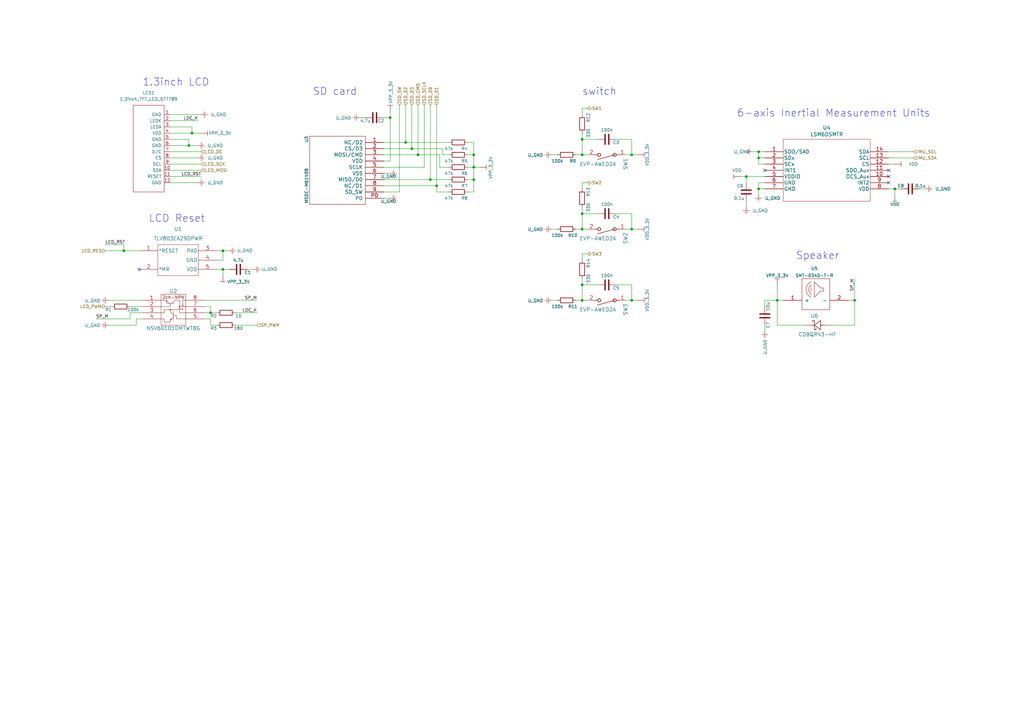
<source format=kicad_sch>
(kicad_sch (version 20211123) (generator eeschema)
  (paper "A3")
  (lib_symbols
    (symbol "Device:C" (pin_numbers hide) (pin_names (offset 0.254))
      (property "Reference" "C" (at 0.635 2.54 0))
      (property "Value" "C" (at 0.635 -2.54 0))
      (symbol "C_0_1"
        (polyline (pts (xy -2.032 -0.762) (xy 2.032 -0.762)) (stroke (width 0.508)))
        (polyline (pts (xy -2.032 0.762) (xy 2.032 0.762)) (stroke (width 0.508)))
      )
      (symbol "C_1_1"
        (pin passive line (at 0 3.81 270) (length 2.794) (name "~") (number "1"))
        (pin passive line (at 0 -3.81 90) (length 2.794) (name "~") (number "2"))
      )
    )
    (symbol "Device:R" (pin_numbers hide) (pin_names (offset 0))
      (property "Reference" "R" (at 2.032 0 90))
      (property "Value" "R" (at 0 0 90))
      (symbol "R_0_1"
        (rectangle (start -1.016 -2.54) (end 1.016 2.54) (stroke (width 0.254)))
      )
      (symbol "R_1_1"
        (pin passive line (at 0 3.81 270) (length 1.27) (name "~") (number "1"))
        (pin passive line (at 0 -3.81 90) (length 1.27) (name "~") (number "2"))
      )
    )
    (symbol "User_library:1.3inch_TFT_LCD_ST7789" (pin_names (offset 1.016))
      (property "Reference" "LCD" (at 2.54 13.97 0))
      (property "Value" "1.3inch_TFT_LCD_ST7789" (at 24.13 13.97 0))
      (symbol "1.3inch_TFT_LCD_ST7789_0_1"
        (rectangle (start 0 0) (end 35.56 12.7))
      )
      (symbol "1.3inch_TFT_LCD_ST7789_1_1"
        (pin power_out line (at 31.75 -2.54 90) (length 2.54) (name "GND") (number "1"))
        (pin input line (at 8.89 -2.54 90) (length 2.54) (name "SDA") (number "10"))
        (pin input line (at 6.35 -2.54 90) (length 2.54) (name "RESET") (number "11"))
        (pin power_out line (at 3.81 -2.54 90) (length 2.54) (name "GND") (number "12"))
        (pin power_out line (at 29.21 -2.54 90) (length 2.54) (name "LEDK") (number "2"))
        (pin power_in line (at 26.67 -2.54 90) (length 2.54) (name "LEDA") (number "3"))
        (pin power_in line (at 24.13 -2.54 90) (length 2.54) (name "VDD") (number "4"))
        (pin power_out line (at 21.59 -2.54 90) (length 2.54) (name "GND") (number "5"))
        (pin power_out line (at 19.05 -2.54 90) (length 2.54) (name "GND") (number "6"))
        (pin input line (at 16.51 -2.54 90) (length 2.54) (name "D/C") (number "7"))
        (pin input line (at 13.97 -2.54 90) (length 2.54) (name "CS") (number "8"))
        (pin input line (at 11.43 -2.54 90) (length 2.54) (name "SCL") (number "9"))
      )
    )
    (symbol "User_library:CDBQR43-HF" (pin_numbers hide) (pin_names (offset 1.651) hide)
      (property "Reference" "U" (at 3.81 3.81 0))
      (property "Value" "User_library_CDBQR43-HF" (at 5.08 -3.81 0))
      (symbol "CDBQR43-HF_1_1"
        (polyline (pts (xy 3.175 1.905) (xy 3.175 1.27)) (stroke (width 0.2032)))
        (polyline (pts (xy 3.175 1.905) (xy 3.81 1.905)) (stroke (width 0.2032)))
        (polyline (pts (xy 3.81 0) (xy 2.54 0)) (stroke (width 0.2032)))
        (polyline (pts (xy 3.81 0) (xy 6.35 -1.905)) (stroke (width 0.2032)))
        (polyline (pts (xy 3.81 1.905) (xy 3.81 -1.905)) (stroke (width 0.2032)))
        (polyline (pts (xy 4.445 -1.905) (xy 3.81 -1.905)) (stroke (width 0.2032)))
        (polyline (pts (xy 4.445 -1.905) (xy 4.445 -1.27)) (stroke (width 0.2032)))
        (polyline (pts (xy 6.35 -1.905) (xy 6.35 1.905)) (stroke (width 0.2032)))
        (polyline (pts (xy 6.35 1.905) (xy 3.81 0)) (stroke (width 0.2032)))
        (polyline (pts (xy 6.985 0) (xy 6.35 0)) (stroke (width 0.2032)))
        (polyline (pts (xy 7.62 0) (xy 6.6802 0)) (stroke (width 0.2032)))
        (pin unspecified line (at 0 0 0) (length 2.54) (name "1") (number "1"))
        (pin unspecified line (at 10.16 0 180) (length 2.54) (name "2") (number "2"))
      )
    )
    (symbol "User_library:EVP-AWED2A" (pin_names (offset -1.905) hide)
      (property "Reference" "SW" (at 0 3.81 0))
      (property "Value" "User_library_EVP-AWED2A" (at 0 -3.175 0))
      (symbol "EVP-AWED2A_1_1"
        (circle (center -3.175 0) (radius 0.635) (stroke (width 0.254)))
        (polyline (pts (xy -5.08 0) (xy -3.81 0)) (stroke (width 0.2032)))
        (polyline (pts (xy -3.175 0) (xy 3.81 1.905)) (stroke (width 0.2032)))
        (polyline (pts (xy 5.08 0) (xy 3.81 0)) (stroke (width 0.2032)))
        (circle (center 3.175 0) (radius 0.635) (stroke (width 0.254)))
        (pin unspecified line (at -7.62 0 0) (length 2.54) (name "1") (number "1"))
        (pin unspecified line (at 7.62 0 180) (length 2.54) (name "2") (number "2"))
      )
    )
    (symbol "User_library:LSM6DSMTR" (pin_names (offset 0.254))
      (property "Reference" "U" (at 22.86 7.62 0))
      (property "Value" "LSM6DSMTR" (at 26.67 -21.59 0))
      (symbol "LSM6DSMTR_1_1"
        (polyline (pts (xy 7.62 -20.32) (xy 43.18 -20.32)) (stroke (width 0.127)))
        (polyline (pts (xy 7.62 5.08) (xy 7.62 -20.32)) (stroke (width 0.127)))
        (polyline (pts (xy 43.18 -20.32) (xy 43.18 5.08)) (stroke (width 0.127)))
        (polyline (pts (xy 43.18 5.08) (xy 7.62 5.08)) (stroke (width 0.127)))
        (pin bidirectional line (at 0 0 0) (length 7.62) (name "SDO/SA0") (number "1"))
        (pin unspecified line (at 50.8 -10.16 180) (length 7.62) (name "OCS_Aux") (number "10"))
        (pin unspecified line (at 50.8 -7.62 180) (length 7.62) (name "SDO_Aux") (number "11"))
        (pin input line (at 50.8 -5.08 180) (length 7.62) (name "CS") (number "12"))
        (pin input line (at 50.8 -2.54 180) (length 7.62) (name "SCL") (number "13"))
        (pin bidirectional line (at 50.8 0 180) (length 7.62) (name "SDA") (number "14"))
        (pin unspecified line (at 0 -2.54 0) (length 7.62) (name "SDx") (number "2"))
        (pin unspecified line (at 0 -5.08 0) (length 7.62) (name "SCx") (number "3"))
        (pin output line (at 0 -7.62 0) (length 7.62) (name "INT1") (number "4"))
        (pin power_in line (at 0 -10.16 0) (length 7.62) (name "VDDIO") (number "5"))
        (pin power_in line (at 0 -12.7 0) (length 7.62) (name "GND") (number "6"))
        (pin power_in line (at 0 -15.24 0) (length 7.62) (name "GND") (number "7"))
        (pin power_in line (at 50.8 -15.24 180) (length 7.62) (name "VDD") (number "8"))
        (pin output line (at 50.8 -12.7 180) (length 7.62) (name "INT2") (number "9"))
      )
    )
    (symbol "User_library:MSDC-M61408" (pin_names (offset 1.016))
      (property "Reference" "U" (at 8.89 29.21 0))
      (property "Value" "User_library_MSDC-M61408" (at 10.16 -1.27 0))
      (symbol "MSDC-M61408_0_1"
        (rectangle (start 0 0) (end 22.86 27.94))
      )
      (symbol "MSDC-M61408_1_1"
        (pin bidirectional line (at 30.48 25.4 180) (length 7.62) (name "NC/D2") (number "1"))
        (pin bidirectional line (at 30.48 22.86 180) (length 7.62) (name "CS/D3") (number "2"))
        (pin bidirectional line (at 30.48 20.32 180) (length 7.62) (name "MOSI/CMD") (number "3"))
        (pin power_in line (at 30.48 17.78 180) (length 7.62) (name "VDD") (number "4"))
        (pin bidirectional line (at 30.48 15.24 180) (length 7.62) (name "SCLK") (number "5"))
        (pin power_out line (at 30.48 12.7 180) (length 7.62) (name "VSS") (number "6"))
        (pin bidirectional line (at 30.48 10.16 180) (length 7.62) (name "MISO/D0") (number "7"))
        (pin bidirectional line (at 30.48 7.62 180) (length 7.62) (name "NC/D1") (number "8"))
        (pin output line (at 30.48 5.08 180) (length 7.62) (name "SD_SW") (number "9"))
        (pin power_out line (at 30.48 2.54 180) (length 7.62) (name "PD") (number "PD"))
      )
    )
    (symbol "User_library:NSV60101DMTWTBG" (pin_names (offset 0.254) hide)
      (property "Reference" "U" (at 11.43 3.81 0))
      (property "Value" "User_library_NSV60101DMTWTBG" (at 12.7 -11.43 0))
      (symbol "NSV60101DMTWTBG_0_0"
        (text "2ch-NPN" (at 12.7 1.27 0) (effects (font (size 1.27 1.27))))
      )
      (symbol "NSV60101DMTWTBG_1_1"
        (polyline (pts (xy 7.62 -10.16) (xy 17.78 -10.16)) (stroke (width 0.127)))
        (polyline (pts (xy 7.62 0) (xy 9.652 0)) (stroke (width 0.127)))
        (polyline (pts (xy 7.62 2.54) (xy 7.62 -10.16)) (stroke (width 0.127)))
        (polyline (pts (xy 8.89 -8.89) (xy 8.89 -7.62)) (stroke (width 0.127)))
        (polyline (pts (xy 8.89 -7.62) (xy 7.62 -7.62)) (stroke (width 0.127)))
        (polyline (pts (xy 8.89 -5.08) (xy 7.62 -5.08)) (stroke (width 0.127)))
        (polyline (pts (xy 8.89 -3.81) (xy 8.89 -5.08)) (stroke (width 0.127)))
        (polyline (pts (xy 9.652 -1.27) (xy 13.208 -1.27)) (stroke (width 0.127)))
        (polyline (pts (xy 10.922 -1.27) (xy 9.906 -0.254)) (stroke (width 0.127)))
        (polyline (pts (xy 11.43 -8.89) (xy 8.89 -8.89)) (stroke (width 0.127)))
        (polyline (pts (xy 11.43 -8.128) (xy 11.43 -8.89)) (stroke (width 0.127)))
        (polyline (pts (xy 11.43 -4.572) (xy 11.43 -3.81)) (stroke (width 0.127)))
        (polyline (pts (xy 11.43 -2.54) (xy 7.62 -2.54)) (stroke (width 0.127)))
        (polyline (pts (xy 11.43 -1.27) (xy 11.43 -2.54)) (stroke (width 0.127)))
        (polyline (pts (xy 11.938 -1.27) (xy 13.208 0)) (stroke (width 0.127)))
        (polyline (pts (xy 12.7 -8.128) (xy 12.7 -4.572)) (stroke (width 0.127)))
        (polyline (pts (xy 12.7 -6.858) (xy 11.684 -7.874)) (stroke (width 0.127)))
        (polyline (pts (xy 12.7 -6.35) (xy 13.97 -6.35)) (stroke (width 0.127)))
        (polyline (pts (xy 12.7 -5.842) (xy 11.43 -4.572)) (stroke (width 0.127)))
        (polyline (pts (xy 13.208 0) (xy 15.24 0)) (stroke (width 0.127)))
        (polyline (pts (xy 13.97 -7.62) (xy 13.97 -6.35)) (stroke (width 0.127)))
        (polyline (pts (xy 13.97 -7.62) (xy 17.78 -7.62)) (stroke (width 0.127)))
        (polyline (pts (xy 14.732 -3.81) (xy 8.89 -3.81)) (stroke (width 0.127)))
        (polyline (pts (xy 15.24 -2.54) (xy 16.002 -2.54)) (stroke (width 0.127)))
        (polyline (pts (xy 15.24 0) (xy 15.24 -5.08)) (stroke (width 0.127)))
        (polyline (pts (xy 15.748 -3.81) (xy 16.51 -3.81)) (stroke (width 0.127)))
        (polyline (pts (xy 16.51 0) (xy 16.51 -3.81)) (stroke (width 0.127)))
        (polyline (pts (xy 17.018 -2.54) (xy 17.78 -2.54)) (stroke (width 0.127)))
        (polyline (pts (xy 17.78 -10.16) (xy 17.78 2.54)) (stroke (width 0.127)))
        (polyline (pts (xy 17.78 -5.08) (xy 15.24 -5.08)) (stroke (width 0.127)))
        (polyline (pts (xy 17.78 0) (xy 16.51 0)) (stroke (width 0.127)))
        (polyline (pts (xy 17.78 2.54) (xy 7.62 2.54)) (stroke (width 0.127)))
        (polyline (pts (xy 9.652 0) (xy 9.906 -0.508) (xy 10.16 -0.254) (xy 9.652 0)) (fill (type outline)))
        (polyline (pts (xy 11.43 -8.128) (xy 11.938 -7.874) (xy 11.684 -7.62) (xy 11.43 -8.128)) (fill (type outline)))
        (arc (start 11.43 -3.937) (mid 11.43 -3.683) (end 11.43 -3.937) (stroke (width 0.254)))
        (circle (center 11.43 -3.81) (radius 0.127) (stroke (width 0.254)))
        (arc (start 15.24 -2.667) (mid 15.24 -2.413) (end 15.24 -2.667) (stroke (width 0.254)))
        (circle (center 15.24 -2.54) (radius 0.127) (stroke (width 0.254)))
        (arc (start 15.748 -3.81) (mid 15.24 -3.302) (end 14.732 -3.81) (stroke (width 0.127)))
        (arc (start 17.018 -2.54) (mid 16.51 -2.032) (end 16.002 -2.54) (stroke (width 0.127)))
        (pin unspecified line (at 0 0 0) (length 7.62) (name "1") (number "1"))
        (pin unspecified line (at 0 -2.54 0) (length 7.62) (name "2") (number "2"))
        (pin unspecified line (at 0 -5.08 0) (length 7.62) (name "3") (number "3"))
        (pin unspecified line (at 0 -7.62 0) (length 7.62) (name "4") (number "4"))
        (pin unspecified line (at 25.4 -7.62 180) (length 7.62) (name "5") (number "5"))
        (pin unspecified line (at 25.4 -5.08 180) (length 7.62) (name "6") (number "6"))
        (pin unspecified line (at 25.4 -2.54 180) (length 7.62) (name "7") (number "7"))
        (pin unspecified line (at 25.4 0 180) (length 7.62) (name "8") (number "8"))
      )
    )
    (symbol "User_library:SMT-0340-T-R" (pin_names (offset 1.016))
      (property "Reference" "U" (at 3.81 13.97 0))
      (property "Value" "User_library_SMT-0340-T-R" (at 6.35 -1.27 0))
      (symbol "SMT-0340-T-R_0_1"
        (polyline (pts (xy 5.08 11.43) (xy 5.08 7.62) (xy 5.08 5.08) (xy 7.62 7.62) (xy 8.89 7.62) (xy 8.89 8.89) (xy 7.62 8.89) (xy 5.08 11.43)))
        (rectangle (start 0 0) (end 11.43 12.7))
        (arc (start 3.81 8.89) (mid 3.6601 8.255) (end 3.81 7.62))
        (arc (start 3.81 10.16) (mid 2.7905 8.255) (end 3.81 6.35))
        (arc (start 3.81 11.43) (mid 1.6604 8.255) (end 3.81 5.08))
      )
      (symbol "SMT-0340-T-R_1_1"
        (pin bidirectional line (at -7.62 3.81 0) (length 7.62) (name "+") (number "1"))
        (pin bidirectional line (at 19.05 3.81 180) (length 7.62) (name "-") (number "2"))
      )
    )
    (symbol "User_library:TLV803EA29DPWR" (pin_names (offset 0.254))
      (property "Reference" "U" (at 16.51 6.35 0))
      (property "Value" "TLV803EA29DPWR" (at 16.51 -8.89 0))
      (symbol "TLV803EA29DPWR_1_1"
        (polyline (pts (xy 7.62 -7.62) (xy 24.13 -7.62)) (stroke (width 0.127)))
        (polyline (pts (xy 7.62 5.08) (xy 7.62 -7.62)) (stroke (width 0.127)))
        (polyline (pts (xy 24.13 -7.62) (xy 24.13 5.08)) (stroke (width 0.127)))
        (polyline (pts (xy 24.13 5.08) (xy 7.62 5.08)) (stroke (width 0.127)))
        (pin bidirectional line (at 0 2.54 0) (length 7.62) (name "*RESET") (number "1"))
        (pin output line (at 0 -5.08 0) (length 7.62) (name "*MR") (number "2"))
        (pin power_in line (at 31.75 2.54 180) (length 7.62) (name "PAD") (number "3"))
        (pin power_in line (at 31.75 -1.27 180) (length 7.62) (name "GND") (number "4"))
        (pin power_in line (at 31.75 -5.08 180) (length 7.62) (name "VDD") (number "5"))
      )
    )
    (symbol "User_power:GND" (power) (pin_names (offset 0))
      (property "Value" "GND" (at 0 -3.81 0))
      (symbol "GND_0_1"
        (polyline (pts (xy -0.635 -1.905) (xy 0.635 -1.905)))
        (polyline (pts (xy -0.127 -2.54) (xy 0.127 -2.54)))
        (polyline (pts (xy 0 -1.27) (xy 0 0)))
        (polyline (pts (xy 1.27 -1.27) (xy -1.27 -1.27)))
      )
      (symbol "GND_1_1"
        (pin power_in line (at 0 0 270) (length 0) hide (name "U_GND") (number "1"))
      )
    )
    (symbol "User_power:VDD_3.3V" (power) (pin_names (offset 0))
      (property "Value" "VDD_3.3V" (at 0 3.81 0))
      (symbol "VDD_3.3V_0_1"
        (polyline (pts (xy -1.016 2.54) (xy 0 2.54)))
        (polyline (pts (xy 0 0) (xy 0 2.54)))
        (polyline (pts (xy 0 2.54) (xy 1.016 2.54)))
      )
      (symbol "VDD_3.3V_1_1"
        (pin power_in line (at 0 0 90) (length 0) hide (name "VDD_3_3V") (number "1"))
      )
    )
    (symbol "User_power:VPP_3.3V" (power) (pin_names (offset 0))
      (property "Value" "User_power_VPP_3.3V" (at 0 3.81 0))
      (symbol "VPP_3.3V_0_1"
        (polyline (pts (xy -1.016 2.54) (xy 0 2.54)))
        (polyline (pts (xy 0 0) (xy 0 2.54)))
        (polyline (pts (xy 0 2.54) (xy 1.016 2.54)))
      )
      (symbol "VPP_3.3V_1_1"
        (pin power_in line (at 0 0 90) (length 0) hide (name "VPP_3_3V") (number "1"))
      )
    )
    (symbol "sensor_V1-rescue:VPP_3.3V-User_power" (power) (pin_names (offset 0))
      (property "Value" "VPP_3.3V-User_power" (at 0 3.81 0))
      (symbol "VPP_3.3V-User_power_0_1"
        (polyline (pts (xy -1.016 2.54) (xy 0 2.54)))
        (polyline (pts (xy 0 0) (xy 0 2.54)))
        (polyline (pts (xy 0 2.54) (xy 1.016 2.54)))
      )
      (symbol "VPP_3.3V-User_power_1_1"
        (pin power_in line (at 0 0 90) (length 0) hide (name "VDD") (number "1"))
      )
    )
  )
  (junction (at 311.15 77.47))
  (junction (at 311.15 62.23))
  (junction (at 50.8 102.87))
  (junction (at 160.02 48.26))
  (junction (at 86.36 128.27))
  (junction (at 194.31 63.5))
  (junction (at 259.08 123.19))
  (junction (at 238.76 63.5))
  (junction (at 171.45 63.5))
  (junction (at 367.03 77.47))
  (junction (at 311.15 64.77))
  (junction (at 91.44 102.87))
  (junction (at 238.76 93.98))
  (junction (at 238.76 87.63))
  (junction (at 238.76 123.19))
  (junction (at 238.76 57.15))
  (junction (at 168.91 60.96))
  (junction (at 238.76 116.84))
  (junction (at 78.74 54.61))
  (junction (at 306.07 72.39))
  (junction (at 318.77 123.19))
  (junction (at 259.08 63.5))
  (junction (at 179.07 76.2))
  (junction (at 166.37 58.42))
  (junction (at 259.08 93.98))
  (junction (at 77.47 59.69))
  (junction (at 91.44 110.49))
  (junction (at 176.53 73.66))
  (junction (at 194.31 73.66))
  (junction (at 194.31 68.58))
  (junction (at 350.52 123.19))
  (no_connect (at 364.49 74.93))
  (no_connect (at 364.49 69.85))
  (no_connect (at 313.69 69.85))
  (no_connect (at 57.15 110.49))
  (no_connect (at 364.49 72.39))
  (wire (pts (xy 313.69 135.89) (xy 313.69 133.35)))
  (wire (pts (xy 364.49 62.23) (xy 374.65 62.23)))
  (wire (pts (xy 364.49 64.77) (xy 374.65 64.77)))
  (wire (pts (xy 313.69 74.93) (xy 311.15 74.93)))
  (wire (pts (xy 259.08 123.19) (xy 256.54 123.19)))
  (wire (pts (xy 69.85 59.69) (xy 77.47 59.69)))
  (wire (pts (xy 238.76 104.14) (xy 241.3 104.14)))
  (wire (pts (xy 350.52 123.19) (xy 350.52 114.3)))
  (wire (pts (xy 226.06 63.5) (xy 228.6 63.5)))
  (wire (pts (xy 238.76 77.47) (xy 238.76 74.93)))
  (wire (pts (xy 91.44 102.87) (xy 93.98 102.87)))
  (wire (pts (xy 88.9 133.35) (xy 86.36 133.35)))
  (wire (pts (xy 179.07 76.2) (xy 179.07 78.74)))
  (wire (pts (xy 313.69 67.31) (xy 311.15 67.31)))
  (wire (pts (xy 259.08 116.84) (xy 259.08 123.19)))
  (wire (pts (xy 238.76 74.93) (xy 241.3 74.93)))
  (wire (pts (xy 259.08 93.98) (xy 256.54 93.98)))
  (wire (pts (xy 157.48 63.5) (xy 171.45 63.5)))
  (wire (pts (xy 81.28 59.69) (xy 77.47 59.69)))
  (wire (pts (xy 160.02 81.28) (xy 157.48 81.28)))
  (wire (pts (xy 194.31 63.5) (xy 191.77 63.5)))
  (wire (pts (xy 69.85 62.23) (xy 82.55 62.23)))
  (wire (pts (xy 311.15 77.47) (xy 311.15 80.01)))
  (wire (pts (xy 196.85 68.58) (xy 194.31 68.58)))
  (wire (pts (xy 58.42 130.81) (xy 55.88 130.81)))
  (wire (pts (xy 252.73 87.63) (xy 259.08 87.63)))
  (wire (pts (xy 69.85 46.99) (xy 82.55 46.99)))
  (wire (pts (xy 194.31 78.74) (xy 194.31 73.66)))
  (wire (pts (xy 377.19 77.47) (xy 379.73 77.47)))
  (wire (pts (xy 245.11 57.15) (xy 238.76 57.15)))
  (wire (pts (xy 50.8 102.87) (xy 57.15 102.87)))
  (wire (pts (xy 367.03 67.31) (xy 364.49 67.31)))
  (wire (pts (xy 69.85 69.85) (xy 82.55 69.85)))
  (wire (pts (xy 259.08 87.63) (xy 259.08 93.98)))
  (wire (pts (xy 157.48 78.74) (xy 163.83 78.74)))
  (wire (pts (xy 69.85 54.61) (xy 78.74 54.61)))
  (wire (pts (xy 69.85 67.31) (xy 82.55 67.31)))
  (wire (pts (xy 308.61 62.23) (xy 311.15 62.23)))
  (wire (pts (xy 238.76 85.09) (xy 238.76 87.63)))
  (wire (pts (xy 88.9 128.27) (xy 86.36 128.27)))
  (wire (pts (xy 44.45 123.19) (xy 58.42 123.19)))
  (wire (pts (xy 238.76 93.98) (xy 236.22 93.98)))
  (wire (pts (xy 241.3 93.98) (xy 238.76 93.98)))
  (wire (pts (xy 367.03 80.01) (xy 367.03 77.47)))
  (wire (pts (xy 55.88 130.81) (xy 55.88 133.35)))
  (wire (pts (xy 194.31 68.58) (xy 191.77 68.58)))
  (wire (pts (xy 318.77 133.35) (xy 318.77 123.19)))
  (wire (pts (xy 238.76 106.68) (xy 238.76 104.14)))
  (wire (pts (xy 78.74 52.07) (xy 78.74 54.61)))
  (wire (pts (xy 313.69 77.47) (xy 311.15 77.47)))
  (wire (pts (xy 303.53 72.39) (xy 306.07 72.39)))
  (wire (pts (xy 194.31 73.66) (xy 191.77 73.66)))
  (wire (pts (xy 369.57 77.47) (xy 367.03 77.47)))
  (wire (pts (xy 88.9 106.68) (xy 91.44 106.68)))
  (wire (pts (xy 69.85 52.07) (xy 78.74 52.07)))
  (wire (pts (xy 149.86 48.26) (xy 147.32 48.26)))
  (wire (pts (xy 184.15 63.5) (xy 181.61 63.5)))
  (wire (pts (xy 157.48 73.66) (xy 176.53 73.66)))
  (wire (pts (xy 350.52 133.35) (xy 350.52 123.19)))
  (wire (pts (xy 226.06 123.19) (xy 228.6 123.19)))
  (wire (pts (xy 43.18 102.87) (xy 50.8 102.87)))
  (wire (pts (xy 173.99 68.58) (xy 173.99 43.18)))
  (wire (pts (xy 259.08 57.15) (xy 259.08 63.5)))
  (wire (pts (xy 245.11 116.84) (xy 238.76 116.84)))
  (wire (pts (xy 313.69 125.73) (xy 313.69 123.19)))
  (wire (pts (xy 238.76 44.45) (xy 241.3 44.45)))
  (wire (pts (xy 313.69 123.19) (xy 318.77 123.19)))
  (wire (pts (xy 69.85 64.77) (xy 81.28 64.77)))
  (wire (pts (xy 261.62 123.19) (xy 259.08 123.19)))
  (wire (pts (xy 330.2 133.35) (xy 318.77 133.35)))
  (wire (pts (xy 86.36 130.81) (xy 86.36 133.35)))
  (wire (pts (xy 181.61 60.96) (xy 168.91 60.96)))
  (wire (pts (xy 96.52 133.35) (xy 105.41 133.35)))
  (wire (pts (xy 306.07 72.39) (xy 313.69 72.39)))
  (wire (pts (xy 176.53 73.66) (xy 184.15 73.66)))
  (wire (pts (xy 252.73 57.15) (xy 259.08 57.15)))
  (wire (pts (xy 194.31 63.5) (xy 194.31 58.42)))
  (wire (pts (xy 69.85 72.39) (xy 82.55 72.39)))
  (wire (pts (xy 160.02 48.26) (xy 157.48 48.26)))
  (wire (pts (xy 226.06 93.98) (xy 228.6 93.98)))
  (wire (pts (xy 311.15 64.77) (xy 313.69 64.77)))
  (wire (pts (xy 194.31 58.42) (xy 191.77 58.42)))
  (wire (pts (xy 83.82 130.81) (xy 86.36 130.81)))
  (wire (pts (xy 340.36 133.35) (xy 350.52 133.35)))
  (wire (pts (xy 53.34 125.73) (xy 58.42 125.73)))
  (wire (pts (xy 238.76 114.3) (xy 238.76 116.84)))
  (wire (pts (xy 245.11 87.63) (xy 238.76 87.63)))
  (wire (pts (xy 91.44 110.49) (xy 93.98 110.49)))
  (wire (pts (xy 78.74 54.61) (xy 82.55 54.61)))
  (wire (pts (xy 69.85 49.53) (xy 81.28 49.53)))
  (wire (pts (xy 306.07 74.93) (xy 306.07 72.39)))
  (wire (pts (xy 91.44 106.68) (xy 91.44 102.87)))
  (wire (pts (xy 157.48 76.2) (xy 179.07 76.2)))
  (wire (pts (xy 157.48 71.12) (xy 160.02 71.12)))
  (wire (pts (xy 43.18 125.73) (xy 45.72 125.73)))
  (wire (pts (xy 58.42 128.27) (xy 53.34 128.27)))
  (wire (pts (xy 91.44 113.03) (xy 91.44 110.49)))
  (wire (pts (xy 50.8 100.33) (xy 50.8 102.87)))
  (wire (pts (xy 311.15 64.77) (xy 311.15 62.23)))
  (wire (pts (xy 194.31 68.58) (xy 194.31 63.5)))
  (wire (pts (xy 241.3 63.5) (xy 238.76 63.5)))
  (wire (pts (xy 88.9 102.87) (xy 91.44 102.87)))
  (wire (pts (xy 261.62 93.98) (xy 259.08 93.98)))
  (wire (pts (xy 157.48 60.96) (xy 168.91 60.96)))
  (wire (pts (xy 69.85 74.93) (xy 81.28 74.93)))
  (wire (pts (xy 259.08 63.5) (xy 256.54 63.5)))
  (wire (pts (xy 241.3 123.19) (xy 238.76 123.19)))
  (wire (pts (xy 166.37 43.18) (xy 166.37 58.42)))
  (wire (pts (xy 83.82 123.19) (xy 105.41 123.19)))
  (wire (pts (xy 163.83 78.74) (xy 163.83 43.18)))
  (wire (pts (xy 69.85 57.15) (xy 77.47 57.15)))
  (wire (pts (xy 160.02 45.72) (xy 160.02 48.26)))
  (wire (pts (xy 238.76 123.19) (xy 236.22 123.19)))
  (wire (pts (xy 318.77 123.19) (xy 321.31 123.19)))
  (wire (pts (xy 238.76 116.84) (xy 238.76 123.19)))
  (wire (pts (xy 83.82 125.73) (xy 86.36 125.73)))
  (wire (pts (xy 171.45 63.5) (xy 171.45 43.18)))
  (wire (pts (xy 53.34 128.27) (xy 53.34 130.81)))
  (wire (pts (xy 157.48 66.04) (xy 160.02 66.04)))
  (wire (pts (xy 191.77 78.74) (xy 194.31 78.74)))
  (wire (pts (xy 318.77 116.84) (xy 318.77 123.19)))
  (wire (pts (xy 104.14 110.49) (xy 101.6 110.49)))
  (wire (pts (xy 306.07 82.55) (xy 306.07 85.09)))
  (wire (pts (xy 184.15 58.42) (xy 166.37 58.42)))
  (wire (pts (xy 179.07 78.74) (xy 184.15 78.74)))
  (wire (pts (xy 238.76 87.63) (xy 238.76 93.98)))
  (wire (pts (xy 194.31 73.66) (xy 194.31 68.58)))
  (wire (pts (xy 350.52 123.19) (xy 347.98 123.19)))
  (wire (pts (xy 238.76 63.5) (xy 236.22 63.5)))
  (wire (pts (xy 88.9 110.49) (xy 91.44 110.49)))
  (wire (pts (xy 180.34 68.58) (xy 184.15 68.58)))
  (wire (pts (xy 238.76 46.99) (xy 238.76 44.45)))
  (wire (pts (xy 238.76 57.15) (xy 238.76 63.5)))
  (wire (pts (xy 252.73 116.84) (xy 259.08 116.84)))
  (wire (pts (xy 181.61 63.5) (xy 181.61 60.96)))
  (wire (pts (xy 43.18 100.33) (xy 50.8 100.33)))
  (wire (pts (xy 77.47 57.15) (xy 77.47 59.69)))
  (wire (pts (xy 55.88 133.35) (xy 44.45 133.35)))
  (wire (pts (xy 53.34 130.81) (xy 39.37 130.81)))
  (wire (pts (xy 176.53 73.66) (xy 176.53 43.18)))
  (wire (pts (xy 171.45 63.5) (xy 180.34 63.5)))
  (wire (pts (xy 364.49 77.47) (xy 367.03 77.47)))
  (wire (pts (xy 96.52 128.27) (xy 105.41 128.27)))
  (wire (pts (xy 83.82 128.27) (xy 86.36 128.27)))
  (wire (pts (xy 311.15 62.23) (xy 313.69 62.23)))
  (wire (pts (xy 238.76 54.61) (xy 238.76 57.15)))
  (wire (pts (xy 179.07 76.2) (xy 179.07 43.18)))
  (wire (pts (xy 180.34 63.5) (xy 180.34 68.58)))
  (wire (pts (xy 160.02 66.04) (xy 160.02 48.26)))
  (wire (pts (xy 86.36 125.73) (xy 86.36 128.27)))
  (wire (pts (xy 168.91 60.96) (xy 168.91 43.18)))
  (wire (pts (xy 157.48 68.58) (xy 173.99 68.58)))
  (wire (pts (xy 311.15 67.31) (xy 311.15 64.77)))
  (wire (pts (xy 157.48 58.42) (xy 166.37 58.42)))
  (wire (pts (xy 311.15 74.93) (xy 311.15 77.47)))
  (wire (pts (xy 261.62 63.5) (xy 259.08 63.5)))
  (text "Speaker" (at 326.39 106.68 0) (effects (font (size 3 3)) (justify left bottom)))
  (text "6-axis Inertial Measurement Units" (at 302.26 48.26 0) (effects (font (size 3 3)) (justify left bottom)))
  (text "LCD Reset" (at 60.96 91.44 0) (effects (font (size 3 3)) (justify left bottom)))
  (text "SD card" (at 128.27 39.37 0) (effects (font (size 3 3)) (justify left bottom)))
  (text "1.3inch LCD" (at 58.42 35.56 0) (effects (font (size 3 3)) (justify left bottom)))
  (text "switch" (at 238.76 39.37 0) (effects (font (size 3 3)) (justify left bottom)))
  (label "LCD_RST" (at 82.55 72.39 180))
  (label "SP_M" (at 350.52 114.3 270))
  (label "LDC_K" (at 105.41 128.27 180))
  (label "LCD_RST" (at 43.18 100.33 0))
  (label "SP_M" (at 105.41 123.19 180))
  (label "LDC_K" (at 81.28 49.53 180))
  (label "SP_M" (at 39.37 130.81 0))
  (hierarchical_label "LCD_DC" (shape input) (at 82.55 62.23 0))
  (hierarchical_label "SD_CMD" (shape input) (at 171.45 43.18 90))
  (hierarchical_label "SD_D3" (shape input) (at 168.91 43.18 90))
  (hierarchical_label "LCD_MOSI" (shape input) (at 82.55 69.85 0))
  (hierarchical_label "IMU_SCL" (shape input) (at 374.65 62.23 0))
  (hierarchical_label "SP_PWM" (shape input) (at 105.41 133.35 0))
  (hierarchical_label "LCD_SCK" (shape input) (at 82.55 67.31 0))
  (hierarchical_label "LCD_PWM" (shape input) (at 43.18 125.73 180))
  (hierarchical_label "SW1" (shape output) (at 241.3 44.45 0))
  (hierarchical_label "SD_SW" (shape input) (at 163.83 43.18 90))
  (hierarchical_label "SD_D2" (shape input) (at 166.37 43.18 90))
  (hierarchical_label "SW3" (shape output) (at 241.3 104.14 0))
  (hierarchical_label "LCD_RES" (shape input) (at 43.18 102.87 180))
  (hierarchical_label "SD_SCLK" (shape input) (at 173.99 43.18 90))
  (hierarchical_label "SD_D1" (shape input) (at 179.07 43.18 90))
  (hierarchical_label "SD_D0" (shape input) (at 176.53 43.18 90))
  (hierarchical_label "SW2" (shape output) (at 241.3 74.93 0))
  (hierarchical_label "IMU_SDA" (shape input) (at 374.65 64.77 0))
  (symbol (lib_id "User_library:CDBQR43-HF") (at 330.2 133.35 0) (unit 1)
    (property "Reference" "U6" (at 334.01 129.54 0) (effects (font (size 1.524 1.524))))
    (property "Value" "CDBQR43-HF" (at 335.28 137.16 0) (effects (font (size 1.524 1.524))))
    (property "Footprint" "User_library:CDBQR43-HF" (effects hide))
  )
  (symbol (lib_id "Device:C") (at 313.69 129.54 180) (unit 1)
    (property "Reference" "C7" (at 314.96 133.35 90))
    (property "Value" "10u" (at 314.96 125.73 90))
    (property "Footprint" "User_library:UL_C_0402_1005Metric" (effects hide))
  )
  (symbol (lib_id "User_power:GND") (at 306.07 85.09 0) (unit 1)
    (property "Reference" "#PWR023" (effects hide))
    (property "Value" "GND" (at 308.61 86.3599 0) (effects (justify left)))
  )
  (symbol (lib_id "User_library:1.3inch_TFT_LCD_ST7789") (at 67.31 78.74 90) (unit 1)
    (property "Reference" "LCD1" (at 60.96 38.1 90))
    (property "Value" "1.3inch_TFT_LCD_ST7789" (at 60.96 40.64 90))
    (property "Footprint" "User_library:1.3inch_TFT_LCD_ST7789" (effects hide))
  )
  (symbol (lib_id "Device:R") (at 187.96 78.74 90) (unit 1)
    (property "Reference" "R8" (at 190.5 81.28 90))
    (property "Value" "47k" (at 184.15 81.28 90))
    (property "Footprint" "Resistor_SMD:R_0402_1005Metric" (effects hide))
  )
  (symbol (lib_id "Device:R") (at 238.76 50.8 180) (unit 1)
    (property "Reference" "R12" (at 241.3 48.26 90))
    (property "Value" "330" (at 241.3 54.61 90))
    (property "Footprint" "Resistor_SMD:R_0402_1005Metric" (effects hide))
  )
  (symbol (lib_id "User_power:GND") (at 313.69 135.89 0) (unit 1)
    (property "Reference" "#PWR026" (effects hide))
    (property "Value" "GND" (at 313.817 139.1412 90) (effects (justify right)))
  )
  (symbol (lib_id "User_power:VDD_3.3V") (at 261.62 93.98 270) (unit 1)
    (property "Reference" "#PWR020" (effects hide))
    (property "Value" "VDD_3.3V" (at 265.43 93.98 0))
  )
  (symbol (lib_id "User_power:GND") (at 160.02 71.12 90) (unit 1)
    (property "Reference" "#PWR013" (effects hide))
    (property "Value" "GND" (at 156.21 72.39 90) (effects (justify right)))
  )
  (symbol (lib_id "Device:C") (at 248.92 87.63 270) (unit 1)
    (property "Reference" "C4" (at 252.73 88.9 90))
    (property "Value" "100n" (at 248.92 83.82 90))
    (property "Footprint" "User_library:UL_C_0402_1005Metric" (effects hide))
  )
  (symbol (lib_id "Device:R") (at 238.76 110.49 180) (unit 1)
    (property "Reference" "R14" (at 241.3 107.95 90))
    (property "Value" "330" (at 241.3 114.3 90))
    (property "Footprint" "Resistor_SMD:R_0402_1005Metric" (effects hide))
  )
  (symbol (lib_id "Device:C") (at 97.79 110.49 270) (unit 1)
    (property "Reference" "C1" (at 101.6 111.76 90))
    (property "Value" "4.7u" (at 97.79 106.68 90))
    (property "Footprint" "User_library:UL_C_0402_1005Metric" (effects hide))
  )
  (symbol (lib_id "User_library:EVP-AWED2A") (at 248.92 63.5 180) (unit 1)
    (property "Reference" "SW1" (at 256.54 64.77 90) (effects (font (size 1.524 1.524)) (justify left)))
    (property "Value" "EVP-AWED2A" (at 252.73 67.31 0) (effects (font (size 1.524 1.524)) (justify left)))
    (property "Footprint" "User_library:EVP-AWED2A" (effects hide))
  )
  (symbol (lib_id "User_power:GND") (at 311.15 80.01 0) (unit 1)
    (property "Reference" "#PWR025" (effects hide))
    (property "Value" "GND" (at 313.69 81.2799 0) (effects (justify left)))
  )
  (symbol (lib_id "User_power:VPP_3.3V") (at 196.85 68.58 270) (unit 1)
    (property "Reference" "#PWR015" (effects hide))
    (property "Value" "VPP_3.3V" (at 201.2442 68.834 0))
  )
  (symbol (lib_id "User_power:VPP_3.3V") (at 160.02 45.72 0) (unit 1)
    (property "Reference" "#PWR012" (effects hide))
    (property "Value" "VPP_3.3V" (at 160.274 42.4942 90) (effects (justify left)))
  )
  (symbol (lib_id "Device:R") (at 238.76 81.28 180) (unit 1)
    (property "Reference" "R13" (at 241.3 78.74 90))
    (property "Value" "330" (at 241.3 85.09 90))
    (property "Footprint" "Resistor_SMD:R_0402_1005Metric" (effects hide))
  )
  (symbol (lib_id "User_power:GND") (at 82.55 46.99 90) (unit 1)
    (property "Reference" "#PWR06" (effects hide))
    (property "Value" "GND" (at 86.36 46.9899 90) (effects (justify right)))
  )
  (symbol (lib_id "User_power:GND") (at 308.61 62.23 270) (unit 1)
    (property "Reference" "#PWR024" (effects hide))
    (property "Value" "GND" (at 300.99 62.23 90) (effects (justify left)))
  )
  (symbol (lib_id "User_power:GND") (at 81.28 74.93 90) (unit 1)
    (property "Reference" "#PWR05" (effects hide))
    (property "Value" "GND" (at 85.09 74.9299 90) (effects (justify right)))
  )
  (symbol (lib_id "User_power:GND") (at 226.06 93.98 270) (unit 1)
    (property "Reference" "#PWR017" (effects hide))
    (property "Value" "GND" (at 222.8088 94.107 90) (effects (justify right)))
  )
  (symbol (lib_id "Device:C") (at 373.38 77.47 90) (unit 1)
    (property "Reference" "C8" (at 370.84 76.2 90) (effects (justify left)))
    (property "Value" "0.1u" (at 379.73 76.2 90) (effects (justify left)))
    (property "Footprint" "User_library:UL_C_0402_1005Metric" (effects hide))
  )
  (symbol (lib_id "User_power:GND") (at 226.06 63.5 270) (unit 1)
    (property "Reference" "#PWR016" (effects hide))
    (property "Value" "GND" (at 222.8088 63.627 90) (effects (justify right)))
  )
  (symbol (lib_id "User_library:LSM6DSMTR") (at 313.69 62.23 0) (unit 1)
    (property "Reference" "U4" (at 339.09 52.4002 0) (effects (font (size 1.524 1.524))))
    (property "Value" "LSM6DSMTR" (at 339.09 55.0926 0) (effects (font (size 1.524 1.524))))
    (property "Footprint" "User_library:LSM6DSMTR" (effects hide))
  )
  (symbol (lib_id "User_power:GND") (at 44.45 133.35 270) (unit 1)
    (property "Reference" "#PWR02" (effects hide))
    (property "Value" "GND" (at 41.1988 133.477 90) (effects (justify right)))
  )
  (symbol (lib_id "User_power:GND") (at 147.32 48.26 270) (unit 1)
    (property "Reference" "#PWR011" (effects hide))
    (property "Value" "GND" (at 144.0688 48.387 90) (effects (justify right)))
  )
  (symbol (lib_id "Device:R") (at 187.96 73.66 90) (unit 1)
    (property "Reference" "R7" (at 190.5 76.2 90))
    (property "Value" "47k" (at 184.15 76.2 90))
    (property "Footprint" "Resistor_SMD:R_0402_1005Metric" (effects hide))
  )
  (symbol (lib_id "User_power:VDD_3.3V") (at 261.62 63.5 270) (unit 1)
    (property "Reference" "#PWR019" (effects hide))
    (property "Value" "VDD_3.3V" (at 265.43 63.5 0))
  )
  (symbol (lib_id "User_power:GND") (at 379.73 77.47 90) (unit 1)
    (property "Reference" "#PWR030" (effects hide))
    (property "Value" "GND" (at 383.54 77.4699 90) (effects (justify right)))
  )
  (symbol (lib_id "User_library:EVP-AWED2A") (at 248.92 123.19 180) (unit 1)
    (property "Reference" "SW3" (at 256.54 124.46 90) (effects (font (size 1.524 1.524)) (justify left)))
    (property "Value" "EVP-AWED2A" (at 252.73 127 0) (effects (font (size 1.524 1.524)) (justify left)))
    (property "Footprint" "User_library:EVP-AWED2A" (effects hide))
  )
  (symbol (lib_id "Device:R") (at 232.41 93.98 90) (unit 1)
    (property "Reference" "R10" (at 234.95 96.52 90))
    (property "Value" "100k" (at 228.6 96.52 90))
    (property "Footprint" "Resistor_SMD:R_0402_1005Metric" (effects hide))
  )
  (symbol (lib_id "User_power:GND") (at 44.45 123.19 270) (unit 1)
    (property "Reference" "#PWR01" (effects hide))
    (property "Value" "GND" (at 41.1988 123.317 90) (effects (justify right)))
  )
  (symbol (lib_id "User_power:GND") (at 93.98 102.87 90) (unit 1)
    (property "Reference" "#PWR09" (effects hide))
    (property "Value" "GND" (at 97.2312 102.743 90) (effects (justify right)))
  )
  (symbol (lib_id "Device:R") (at 232.41 63.5 90) (unit 1)
    (property "Reference" "R9" (at 234.95 66.04 90))
    (property "Value" "100k" (at 228.6 66.04 90))
    (property "Footprint" "Resistor_SMD:R_0402_1005Metric" (effects hide))
  )
  (symbol (lib_id "sensor_V1-rescue:VPP_3.3V-User_power") (at 303.53 72.39 90) (unit 1)
    (property "Reference" "#PWR022" (effects hide))
    (property "Value" "VPP_3.3V" (at 302.26 69.85 90))
  )
  (symbol (lib_id "User_library:EVP-AWED2A") (at 248.92 93.98 180) (unit 1)
    (property "Reference" "SW2" (at 256.54 95.25 90) (effects (font (size 1.524 1.524)) (justify left)))
    (property "Value" "EVP-AWED2A" (at 252.73 97.79 0) (effects (font (size 1.524 1.524)) (justify left)))
    (property "Footprint" "User_library:EVP-AWED2A" (effects hide))
  )
  (symbol (lib_id "Device:C") (at 248.92 57.15 270) (unit 1)
    (property "Reference" "C3" (at 252.73 58.42 90))
    (property "Value" "100n" (at 248.92 53.34 90))
    (property "Footprint" "User_library:UL_C_0402_1005Metric" (effects hide))
  )
  (symbol (lib_id "User_library:MSDC-M61408") (at 127 83.82 0) (unit 1)
    (property "Reference" "U3" (at 125.73 57.15 90))
    (property "Value" "MSDC-M61408" (at 125.73 76.2 90))
    (property "Footprint" "User_library:MSDC-M61408(Micro_SD)" (effects hide))
  )
  (symbol (lib_id "User_library:NSV60101DMTWTBG") (at 58.42 123.19 0) (unit 1)
    (property "Reference" "U2" (at 71.12 119.38 0) (effects (font (size 1.524 1.524))))
    (property "Value" "NSV60101DMTWTBG" (at 71.12 134.62 0) (effects (font (size 1.524 1.524))))
    (property "Footprint" "User_library:NSV60101DMTWTBG" (effects hide))
  )
  (symbol (lib_id "Device:C") (at 153.67 48.26 90) (unit 1)
    (property "Reference" "C2" (at 156.21 49.53 90))
    (property "Value" "4.7u" (at 149.86 49.53 90))
    (property "Footprint" "User_library:UL_C_0402_1005Metric" (effects hide))
  )
  (symbol (lib_id "User_power:GND") (at 104.14 110.49 90) (unit 1)
    (property "Reference" "#PWR010" (effects hide))
    (property "Value" "GND" (at 107.3912 110.363 90) (effects (justify right)))
  )
  (symbol (lib_id "User_power:GND") (at 81.28 64.77 90) (unit 1)
    (property "Reference" "#PWR04" (effects hide))
    (property "Value" "GND" (at 85.09 64.7699 90) (effects (justify right)))
  )
  (symbol (lib_id "User_power:VPP_3.3V") (at 318.77 116.84 0) (unit 1)
    (property "Reference" "#PWR027" (effects hide))
    (property "Value" "VPP_3.3V" (at 318.77 113.03 0))
  )
  (symbol (lib_id "Device:R") (at 49.53 125.73 270) (unit 1)
    (property "Reference" "R1" (at 44.45 127 90))
    (property "Value" "100k" (at 54.61 127 90))
    (property "Footprint" "Resistor_SMD:R_0402_1005Metric" (effects hide))
  )
  (symbol (lib_id "User_library:TLV803EA29DPWR") (at 57.15 105.41 0) (unit 1)
    (property "Reference" "U1" (at 73.025 93.98 0) (effects (font (size 1.524 1.524))))
    (property "Value" "TLV803EA29DPWR" (at 73.025 97.79 0) (effects (font (size 1.524 1.524))))
    (property "Footprint" "User_library:TLV803EA29DPWR" (effects hide))
  )
  (symbol (lib_id "Device:R") (at 232.41 123.19 90) (unit 1)
    (property "Reference" "R11" (at 234.95 125.73 90))
    (property "Value" "100k" (at 228.6 125.73 90))
    (property "Footprint" "Resistor_SMD:R_0402_1005Metric" (effects hide))
  )
  (symbol (lib_id "Device:C") (at 248.92 116.84 270) (unit 1)
    (property "Reference" "C5" (at 252.73 118.11 90))
    (property "Value" "100n" (at 248.92 113.03 90))
    (property "Footprint" "User_library:UL_C_0402_1005Metric" (effects hide))
  )
  (symbol (lib_id "User_power:VDD_3.3V") (at 261.62 123.19 270) (unit 1)
    (property "Reference" "#PWR021" (effects hide))
    (property "Value" "VDD_3.3V" (at 265.43 123.19 0))
  )
  (symbol (lib_id "Device:R") (at 187.96 58.42 90) (unit 1)
    (property "Reference" "R4" (at 190.5 60.96 90))
    (property "Value" "47k" (at 184.15 60.96 90))
    (property "Footprint" "Resistor_SMD:R_0402_1005Metric" (effects hide))
  )
  (symbol (lib_id "User_power:VPP_3.3V") (at 82.55 54.61 270) (unit 1)
    (property "Reference" "#PWR07" (effects hide))
    (property "Value" "VPP_3.3V" (at 90.17 54.61 90))
  )
  (symbol (lib_id "sensor_V1-rescue:VPP_3.3V-User_power") (at 367.03 80.01 180) (unit 1)
    (property "Reference" "#PWR029" (effects hide))
    (property "Value" "VPP_3.3V" (at 367.03 83.82 0))
  )
  (symbol (lib_id "User_power:VPP_3.3V") (at 91.44 113.03 180) (unit 1)
    (property "Reference" "#PWR08" (effects hide))
    (property "Value" "VPP_3.3V" (at 97.79 115.57 0))
  )
  (symbol (lib_id "Device:R") (at 92.71 128.27 270) (unit 1)
    (property "Reference" "R2" (at 87.63 129.54 90))
    (property "Value" "10" (at 97.79 129.54 90))
    (property "Footprint" "Resistor_SMD:R_0402_1005Metric" (effects hide))
  )
  (symbol (lib_id "User_power:GND") (at 226.06 123.19 270) (unit 1)
    (property "Reference" "#PWR018" (effects hide))
    (property "Value" "GND" (at 222.8088 123.317 90) (effects (justify right)))
  )
  (symbol (lib_id "Device:C") (at 306.07 78.74 0) (unit 1)
    (property "Reference" "C6" (at 302.26 76.2 0) (effects (justify left)))
    (property "Value" "0.1u" (at 300.99 81.28 0) (effects (justify left)))
    (property "Footprint" "User_library:UL_C_0402_1005Metric" (effects hide))
  )
  (symbol (lib_id "Device:R") (at 187.96 68.58 90) (unit 1)
    (property "Reference" "R6" (at 190.5 71.12 90))
    (property "Value" "47k" (at 184.15 71.12 90))
    (property "Footprint" "Resistor_SMD:R_0402_1005Metric" (effects hide))
  )
  (symbol (lib_id "Device:R") (at 187.96 63.5 90) (unit 1)
    (property "Reference" "R5" (at 190.5 66.04 90))
    (property "Value" "47k" (at 184.15 66.04 90))
    (property "Footprint" "Resistor_SMD:R_0402_1005Metric" (effects hide))
  )
  (symbol (lib_id "User_power:GND") (at 160.02 81.28 90) (unit 1)
    (property "Reference" "#PWR014" (effects hide))
    (property "Value" "GND" (at 156.21 82.55 90) (effects (justify right)))
  )
  (symbol (lib_id "Device:R") (at 92.71 133.35 270) (unit 1)
    (property "Reference" "R3" (at 87.63 134.62 90))
    (property "Value" "180" (at 97.79 134.62 90))
    (property "Footprint" "Resistor_SMD:R_0402_1005Metric" (effects hide))
  )
  (symbol (lib_id "User_power:GND") (at 81.28 59.69 90) (unit 1)
    (property "Reference" "#PWR03" (effects hide))
    (property "Value" "GND" (at 85.09 59.6899 90) (effects (justify right)))
  )
  (symbol (lib_id "User_library:SMT-0340-T-R") (at 328.93 127 0) (unit 1)
    (property "Reference" "U5" (at 334.01 110.109 0))
    (property "Value" "SMT-0340-T-R" (at 334.01 113.03 0))
    (property "Footprint" "User_library:SMT-0340-T-R" (effects hide))
  )
  (symbol (lib_id "sensor_V1-rescue:VPP_3.3V-User_power") (at 367.03 67.31 270) (unit 1)
    (property "Reference" "#PWR028" (effects hide))
    (property "Value" "VPP_3.3V" (at 374.65 67.31 90))
  )
)
</source>
